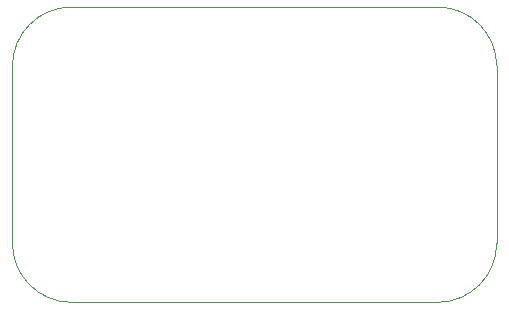
<source format=gbr>
G04 #@! TF.GenerationSoftware,KiCad,Pcbnew,5.1.4-e60b266~84~ubuntu19.04.1*
G04 #@! TF.CreationDate,2019-09-06T13:47:56+02:00*
G04 #@! TF.ProjectId,keyer,6b657965-722e-46b6-9963-61645f706362,rev?*
G04 #@! TF.SameCoordinates,Original*
G04 #@! TF.FileFunction,Profile,NP*
%FSLAX46Y46*%
G04 Gerber Fmt 4.6, Leading zero omitted, Abs format (unit mm)*
G04 Created by KiCad (PCBNEW 5.1.4-e60b266~84~ubuntu19.04.1) date 2019-09-06 13:47:56*
%MOMM*%
%LPD*%
G04 APERTURE LIST*
%ADD10C,0.050000*%
G04 APERTURE END LIST*
D10*
X109000000Y-140000000D02*
G75*
G02X104000000Y-135000000I0J5000000D01*
G01*
X104000000Y-120000000D02*
G75*
G02X109000000Y-115000000I5000000J0D01*
G01*
X140000000Y-115000000D02*
G75*
G02X145000000Y-120000000I0J-5000000D01*
G01*
X145000000Y-135000000D02*
G75*
G02X140000000Y-140000000I-5000000J0D01*
G01*
X145000000Y-120000000D02*
X145000000Y-135000000D01*
X109000000Y-140000000D02*
X140000000Y-140000000D01*
X104000000Y-120000000D02*
X104000000Y-135000000D01*
X109000000Y-115000000D02*
X140000000Y-115000000D01*
M02*

</source>
